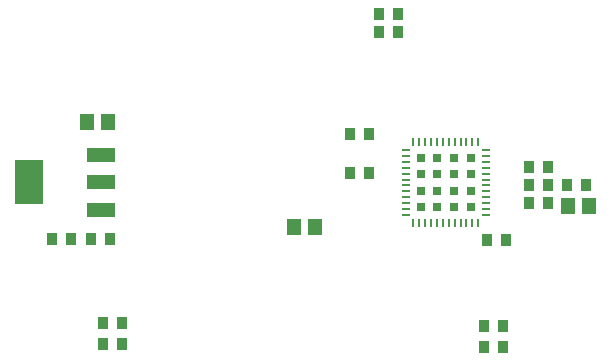
<source format=gtp>
%TF.GenerationSoftware,KiCad,Pcbnew,5.1.6-c6e7f7d~87~ubuntu18.04.1*%
%TF.CreationDate,2020-11-08T13:28:51+00:00*%
%TF.ProjectId,icepill,69636570-696c-46c2-9e6b-696361645f70,1*%
%TF.SameCoordinates,Original*%
%TF.FileFunction,Paste,Top*%
%TF.FilePolarity,Positive*%
%FSLAX46Y46*%
G04 Gerber Fmt 4.6, Leading zero omitted, Abs format (unit mm)*
G04 Created by KiCad (PCBNEW 5.1.6-c6e7f7d~87~ubuntu18.04.1) date 2020-11-08 13:28:51*
%MOMM*%
%LPD*%
G01*
G04 APERTURE LIST*
%ADD10R,0.950000X1.000000*%
%ADD11R,2.400000X3.800000*%
%ADD12R,2.400000X1.300000*%
%ADD13R,1.150000X1.450000*%
%ADD14R,0.700000X0.250000*%
%ADD15R,0.250000X0.700000*%
%ADD16R,0.800000X0.800000*%
G04 APERTURE END LIST*
D10*
%TO.C,R8*%
X95974000Y-85852000D03*
X97574000Y-85852000D03*
%TD*%
%TO.C,R7*%
X65316000Y-87376000D03*
X63716000Y-87376000D03*
%TD*%
%TO.C,R6*%
X64300000Y-78486000D03*
X62700000Y-78486000D03*
%TD*%
%TO.C,R5*%
X60998000Y-78486000D03*
X59398000Y-78486000D03*
%TD*%
D11*
%TO.C,IC2*%
X57400000Y-73660000D03*
D12*
X63500000Y-71360000D03*
X63500000Y-75960000D03*
X63500000Y-73660000D03*
%TD*%
D13*
%TO.C,C9*%
X79872000Y-77470000D03*
X81672000Y-77470000D03*
%TD*%
%TO.C,C8*%
X62346000Y-68580000D03*
X64146000Y-68580000D03*
%TD*%
%TO.C,C6*%
X104849500Y-75692000D03*
X103049500Y-75692000D03*
%TD*%
D10*
%TO.C,D1*%
X87084000Y-60960000D03*
X88684000Y-60960000D03*
%TD*%
%TO.C,R4*%
X87084000Y-59436000D03*
X88684000Y-59436000D03*
%TD*%
%TO.C,R3*%
X63716000Y-85598000D03*
X65316000Y-85598000D03*
%TD*%
%TO.C,R2*%
X97574000Y-87630000D03*
X95974000Y-87630000D03*
%TD*%
%TO.C,R1*%
X102959000Y-73914000D03*
X104559000Y-73914000D03*
%TD*%
D14*
%TO.C,IC1*%
X89310000Y-70910000D03*
X89310000Y-71410000D03*
X89310000Y-71910000D03*
X89310000Y-72410000D03*
X89310000Y-72910000D03*
X89310000Y-73410000D03*
X89310000Y-73910000D03*
X89310000Y-74410000D03*
X89310000Y-74910000D03*
X89310000Y-75410000D03*
X89310000Y-75910000D03*
X89310000Y-76410000D03*
D15*
X89960000Y-77060000D03*
X90460000Y-77060000D03*
X90960000Y-77060000D03*
X91460000Y-77060000D03*
X91960000Y-77060000D03*
X92460000Y-77060000D03*
X92960000Y-77060000D03*
X93460000Y-77060000D03*
X93960000Y-77060000D03*
X94460000Y-77060000D03*
X94960000Y-77060000D03*
X95460000Y-77060000D03*
D14*
X96110000Y-76410000D03*
X96110000Y-75910000D03*
X96110000Y-75410000D03*
X96110000Y-74910000D03*
X96110000Y-74410000D03*
X96110000Y-73910000D03*
X96110000Y-73410000D03*
X96110000Y-72910000D03*
X96110000Y-72410000D03*
X96110000Y-71910000D03*
X96110000Y-71410000D03*
X96110000Y-70910000D03*
D15*
X95460000Y-70260000D03*
X94960000Y-70260000D03*
X94460000Y-70260000D03*
X93960000Y-70260000D03*
X93460000Y-70260000D03*
X92960000Y-70260000D03*
X92460000Y-70260000D03*
X91960000Y-70260000D03*
X91460000Y-70260000D03*
X90960000Y-70260000D03*
X90460000Y-70260000D03*
X89960000Y-70260000D03*
D16*
X90610000Y-71560000D03*
X90610000Y-72960000D03*
X90610000Y-74360000D03*
X90610000Y-75760000D03*
X92010000Y-71560000D03*
X92010000Y-72960000D03*
X92010000Y-74360000D03*
X92010000Y-75760000D03*
X93410000Y-71560000D03*
X93410000Y-72960000D03*
X93410000Y-74360000D03*
X93410000Y-75760000D03*
X94810000Y-71560000D03*
X94810000Y-72960000D03*
X94810000Y-74360000D03*
X94810000Y-75760000D03*
%TD*%
D10*
%TO.C,C7*%
X101384000Y-75438000D03*
X99784000Y-75438000D03*
%TD*%
%TO.C,C5*%
X101384000Y-73914000D03*
X99784000Y-73914000D03*
%TD*%
%TO.C,C4*%
X84594800Y-72898000D03*
X86194800Y-72898000D03*
%TD*%
%TO.C,C3*%
X101384000Y-72390000D03*
X99784000Y-72390000D03*
%TD*%
%TO.C,C2*%
X97777200Y-78536800D03*
X96177200Y-78536800D03*
%TD*%
%TO.C,C1*%
X84594800Y-69596000D03*
X86194800Y-69596000D03*
%TD*%
M02*

</source>
